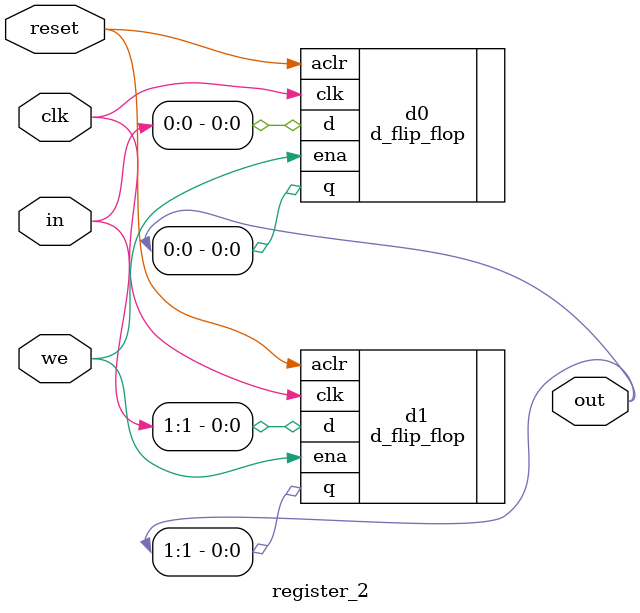
<source format=v>
module register_2 (in, clk,we, reset,out);

input [1:0]in;
input clk,we,reset;
output[1:0]out;

d_flip_flop d0(.d(in[0]), .aclr(reset),.clk(clk),.q(out[0]),.ena(we));
d_flip_flop d1(.d(in[1]), .aclr(reset),.clk(clk),.q(out[1]),.ena(we));

endmodule
</source>
